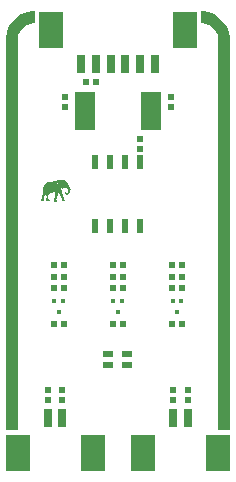
<source format=gbs>
G04*
G04 #@! TF.GenerationSoftware,Altium Limited,Altium Designer,23.3.1 (30)*
G04*
G04 Layer_Color=16711935*
%FSLAX25Y25*%
%MOIN*%
G70*
G04*
G04 #@! TF.SameCoordinates,B8D109ED-CDE9-4BA8-ABFF-944DEA042C50*
G04*
G04*
G04 #@! TF.FilePolarity,Negative*
G04*
G01*
G75*
%ADD33R,0.02126X0.01929*%
%ADD34R,0.01929X0.02126*%
%ADD35R,0.07953X0.11890*%
%ADD36R,0.03032X0.05984*%
%ADD37C,0.03032*%
%ADD46R,0.03937X1.29922*%
%ADD47R,0.03937X1.29921*%
%ADD48R,0.03228X0.02047*%
%ADD49R,0.01654X0.01654*%
%ADD50R,0.02441X0.04803*%
%ADD51R,0.07126X0.12677*%
G36*
X1969Y153543D02*
X5906D01*
X5934Y154122D01*
X6160Y155258D01*
X6603Y156327D01*
X7246Y157290D01*
X8065Y158108D01*
X9027Y158751D01*
X10097Y159195D01*
X11232Y159420D01*
X11811Y159449D01*
X11811Y159449D01*
X11811Y163386D01*
X10842Y163386D01*
X8940Y163008D01*
X7149Y162266D01*
X5537Y161188D01*
X4166Y159818D01*
X3089Y158205D01*
X2347Y156414D01*
X1969Y154513D01*
X1969Y153543D01*
Y153543D01*
D02*
G37*
G36*
X19776Y106993D02*
X19970D01*
Y106944D01*
X20358D01*
Y106993D01*
X20843D01*
Y106944D01*
X21328D01*
Y106896D01*
X21620D01*
Y106847D01*
X21813D01*
Y106799D01*
X21862D01*
Y106750D01*
X21959D01*
Y106702D01*
X22056D01*
Y106653D01*
X22105D01*
Y106605D01*
X22153D01*
Y106556D01*
X22202D01*
Y106508D01*
X22250D01*
Y106459D01*
X22299D01*
Y106411D01*
X22347D01*
Y106362D01*
Y106314D01*
X22299D01*
Y106265D01*
Y106217D01*
X22347D01*
Y106265D01*
X22396D01*
Y106314D01*
X22444D01*
Y106265D01*
Y106217D01*
X22493D01*
Y106168D01*
Y106119D01*
X22590D01*
Y106071D01*
X22541D01*
Y106022D01*
X22638D01*
Y105974D01*
X22687D01*
Y105925D01*
Y105877D01*
Y105828D01*
X22735D01*
Y105780D01*
X22784D01*
Y105731D01*
Y105683D01*
X22832D01*
Y105634D01*
Y105586D01*
Y105537D01*
X22881D01*
Y105489D01*
Y105440D01*
X22929D01*
Y105392D01*
Y105343D01*
X22978D01*
Y105295D01*
Y105246D01*
X23026D01*
Y105198D01*
X23075D01*
Y105149D01*
Y105101D01*
X23123D01*
Y105052D01*
Y105004D01*
X23172D01*
Y104955D01*
X23220D01*
Y104907D01*
X23172D01*
Y104858D01*
X23220D01*
Y104810D01*
X23269D01*
Y104761D01*
Y104713D01*
Y104664D01*
X23317D01*
Y104616D01*
Y104567D01*
Y104519D01*
X23366D01*
Y104470D01*
Y104422D01*
Y104373D01*
Y104325D01*
Y104276D01*
X23414D01*
Y104228D01*
Y104179D01*
X24045D01*
Y104131D01*
X23996D01*
Y104082D01*
X23899D01*
Y104034D01*
X23705D01*
Y103985D01*
X23996D01*
Y103937D01*
X23948D01*
Y103888D01*
X23899D01*
Y103937D01*
X23851D01*
Y103888D01*
X23802D01*
Y103840D01*
X23463D01*
Y103791D01*
Y103743D01*
Y103694D01*
Y103646D01*
Y103597D01*
Y103549D01*
Y103500D01*
Y103452D01*
Y103403D01*
Y103355D01*
X23414D01*
Y103306D01*
Y103257D01*
Y103209D01*
Y103160D01*
X23366D01*
Y103112D01*
X23317D01*
Y103063D01*
X23366D01*
Y103015D01*
X23317D01*
Y102966D01*
X23269D01*
Y102918D01*
X23220D01*
Y102869D01*
X23269D01*
Y102821D01*
X23220D01*
Y102772D01*
Y102724D01*
X23172D01*
Y102772D01*
X23123D01*
Y102724D01*
X23172D01*
Y102675D01*
Y102627D01*
X23123D01*
Y102578D01*
X23075D01*
Y102530D01*
Y102481D01*
X23026D01*
Y102433D01*
X22929D01*
Y102384D01*
Y102336D01*
X22832D01*
Y102287D01*
X22784D01*
Y102239D01*
X22687D01*
Y102190D01*
X22541D01*
Y102142D01*
X22299D01*
Y102190D01*
X22153D01*
Y102239D01*
X22056D01*
Y102287D01*
X22007D01*
Y102336D01*
X21959D01*
Y102384D01*
X21911D01*
Y102433D01*
Y102481D01*
Y102530D01*
X21862D01*
Y102578D01*
Y102627D01*
X21813D01*
Y102675D01*
Y102724D01*
Y102772D01*
Y102821D01*
X21862D01*
Y102869D01*
X21911D01*
Y102918D01*
X21862D01*
Y102966D01*
X21911D01*
Y103015D01*
Y103063D01*
X21959D01*
Y103112D01*
X22007D01*
Y103160D01*
X22056D01*
Y103209D01*
X22202D01*
Y103160D01*
X22250D01*
Y103112D01*
Y103063D01*
X22202D01*
Y103015D01*
X22250D01*
Y102966D01*
Y102918D01*
X22202D01*
Y102869D01*
X22153D01*
Y102821D01*
Y102772D01*
Y102724D01*
X22202D01*
Y102675D01*
X22299D01*
Y102627D01*
X22444D01*
Y102675D01*
X22541D01*
Y102724D01*
X22590D01*
Y102772D01*
X22638D01*
Y102821D01*
Y102869D01*
Y102918D01*
X22687D01*
Y102966D01*
X22735D01*
Y103015D01*
X22687D01*
Y103063D01*
X22735D01*
Y103112D01*
Y103160D01*
Y103209D01*
Y103257D01*
Y103306D01*
Y103355D01*
Y103403D01*
Y103452D01*
Y103500D01*
Y103549D01*
Y103597D01*
Y103646D01*
X22784D01*
Y103694D01*
X22735D01*
Y103743D01*
Y103791D01*
X22687D01*
Y103840D01*
Y103888D01*
X22638D01*
Y103937D01*
Y103985D01*
Y104034D01*
X22590D01*
Y104082D01*
Y104131D01*
X22541D01*
Y104179D01*
Y104228D01*
X22493D01*
Y104276D01*
X22202D01*
Y104228D01*
X22056D01*
Y104276D01*
X22007D01*
Y104325D01*
X21911D01*
Y104373D01*
X21862D01*
Y104422D01*
X21765D01*
Y104470D01*
X21425D01*
Y104422D01*
X21377D01*
Y104373D01*
X21280D01*
Y104325D01*
Y104276D01*
X21134D01*
Y104228D01*
Y104179D01*
X21037D01*
Y104131D01*
X20940D01*
Y104179D01*
X20892D01*
Y104131D01*
X20795D01*
Y104179D01*
X20698D01*
Y104228D01*
X20601D01*
Y104276D01*
X20504D01*
Y104325D01*
Y104373D01*
X20455D01*
Y104325D01*
X20407D01*
Y104373D01*
X20358D01*
Y104422D01*
X20310D01*
Y104470D01*
Y104519D01*
X20358D01*
Y104567D01*
X20261D01*
Y104519D01*
Y104470D01*
X20213D01*
Y104519D01*
X20164D01*
Y104567D01*
X20116D01*
Y104616D01*
X20067D01*
Y104664D01*
X20019D01*
Y104713D01*
X19970D01*
Y104761D01*
X19922D01*
Y104810D01*
X19873D01*
Y104858D01*
Y104907D01*
X19825D01*
Y104955D01*
X19776D01*
Y105004D01*
X19728D01*
Y105052D01*
Y105101D01*
X19679D01*
Y105149D01*
X19631D01*
Y105198D01*
Y105246D01*
X19582D01*
Y105198D01*
Y105149D01*
X19631D01*
Y105101D01*
Y105052D01*
X19679D01*
Y105004D01*
Y104955D01*
X19728D01*
Y104907D01*
X19776D01*
Y104858D01*
X19825D01*
Y104810D01*
Y104761D01*
X19873D01*
Y104713D01*
X19922D01*
Y104664D01*
X19970D01*
Y104616D01*
X20019D01*
Y104567D01*
X20067D01*
Y104519D01*
X20164D01*
Y104470D01*
X20213D01*
Y104422D01*
X20261D01*
Y104373D01*
X20310D01*
Y104325D01*
X20407D01*
Y104276D01*
X20455D01*
Y104228D01*
Y104179D01*
X20552D01*
Y104131D01*
Y104082D01*
Y104034D01*
Y103985D01*
Y103937D01*
Y103888D01*
Y103840D01*
Y103791D01*
X20601D01*
Y103743D01*
Y103694D01*
Y103646D01*
Y103597D01*
Y103549D01*
Y103500D01*
Y103452D01*
Y103403D01*
X20649D01*
Y103355D01*
X20698D01*
Y103306D01*
Y103257D01*
Y103209D01*
X20746D01*
Y103160D01*
Y103112D01*
X20795D01*
Y103063D01*
Y103015D01*
Y102966D01*
Y102918D01*
Y102869D01*
X20843D01*
Y102821D01*
Y102772D01*
Y102724D01*
X20892D01*
Y102675D01*
Y102627D01*
X20843D01*
Y102578D01*
X20892D01*
Y102530D01*
X20940D01*
Y102481D01*
Y102433D01*
X20892D01*
Y102384D01*
X20940D01*
Y102336D01*
Y102287D01*
X20989D01*
Y102239D01*
Y102190D01*
Y102142D01*
X21037D01*
Y102093D01*
Y102045D01*
Y101996D01*
Y101948D01*
X21086D01*
Y101899D01*
Y101851D01*
Y101802D01*
X21134D01*
Y101754D01*
X21086D01*
Y101705D01*
X21134D01*
Y101657D01*
X21183D01*
Y101608D01*
Y101560D01*
Y101511D01*
X21231D01*
Y101463D01*
Y101414D01*
Y101366D01*
X21280D01*
Y101317D01*
X21231D01*
Y101269D01*
X21280D01*
Y101220D01*
Y101172D01*
X21328D01*
Y101123D01*
X21280D01*
Y101075D01*
X21328D01*
Y101026D01*
Y100978D01*
Y100929D01*
Y100881D01*
Y100832D01*
X21377D01*
Y100784D01*
Y100735D01*
Y100687D01*
X21425D01*
Y100638D01*
Y100590D01*
X21474D01*
Y100541D01*
Y100493D01*
X21522D01*
Y100444D01*
Y100396D01*
X21571D01*
Y100347D01*
X21620D01*
Y100298D01*
Y100250D01*
X21668D01*
Y100201D01*
X21716D01*
Y100153D01*
X21765D01*
Y100104D01*
Y100056D01*
X21716D01*
Y100007D01*
X21571D01*
Y99959D01*
X21134D01*
Y99910D01*
X21086D01*
Y99959D01*
X20746D01*
Y100007D01*
Y100056D01*
X20698D01*
Y100104D01*
Y100153D01*
Y100201D01*
Y100250D01*
X20746D01*
Y100298D01*
Y100347D01*
X20795D01*
Y100396D01*
X20843D01*
Y100444D01*
Y100493D01*
X20795D01*
Y100541D01*
Y100590D01*
Y100638D01*
X20746D01*
Y100687D01*
Y100735D01*
Y100784D01*
X20698D01*
Y100832D01*
Y100881D01*
Y100929D01*
X20649D01*
Y100978D01*
Y101026D01*
X20601D01*
Y101075D01*
Y101123D01*
X20552D01*
Y101172D01*
Y101220D01*
X20504D01*
Y101269D01*
Y101317D01*
X20455D01*
Y101366D01*
X20407D01*
Y101414D01*
Y101463D01*
X20358D01*
Y101511D01*
X20407D01*
Y101560D01*
X20310D01*
Y101608D01*
Y101657D01*
Y101705D01*
X20213D01*
Y101754D01*
Y101802D01*
X20164D01*
Y101851D01*
Y101899D01*
X20116D01*
Y101948D01*
X20067D01*
Y101996D01*
X20164D01*
Y102045D01*
X20019D01*
Y102093D01*
X19970D01*
Y102142D01*
Y102190D01*
X19922D01*
Y102239D01*
X19873D01*
Y102287D01*
X19825D01*
Y102336D01*
X19776D01*
Y102384D01*
X19728D01*
Y102433D01*
X19679D01*
Y102481D01*
X19631D01*
Y102530D01*
X19582D01*
Y102578D01*
X19534D01*
Y102627D01*
X19485D01*
Y102675D01*
X19437D01*
Y102724D01*
Y102772D01*
X19388D01*
Y102821D01*
X19340D01*
Y102869D01*
Y102918D01*
X19291D01*
Y102966D01*
X19242D01*
Y103015D01*
Y103063D01*
X19194D01*
Y103112D01*
Y103160D01*
X19146D01*
Y103209D01*
Y103257D01*
X19097D01*
Y103209D01*
Y103160D01*
X19146D01*
Y103112D01*
Y103063D01*
X19194D01*
Y103015D01*
Y102966D01*
X19242D01*
Y102918D01*
Y102869D01*
X19291D01*
Y102821D01*
X19340D01*
Y102772D01*
Y102724D01*
X19388D01*
Y102675D01*
X19437D01*
Y102627D01*
Y102578D01*
X19485D01*
Y102530D01*
Y102481D01*
Y102433D01*
Y102384D01*
X19437D01*
Y102336D01*
Y102287D01*
Y102239D01*
X19388D01*
Y102190D01*
Y102142D01*
Y102093D01*
X19340D01*
Y102045D01*
Y101996D01*
X19291D01*
Y101948D01*
Y101899D01*
Y101851D01*
X19242D01*
Y101802D01*
Y101754D01*
Y101705D01*
X19194D01*
Y101657D01*
Y101608D01*
Y101560D01*
Y101511D01*
X19146D01*
Y101463D01*
Y101414D01*
Y101366D01*
Y101317D01*
X19097D01*
Y101269D01*
Y101220D01*
Y101172D01*
X19049D01*
Y101123D01*
Y101075D01*
X19000D01*
Y101026D01*
Y100978D01*
Y100929D01*
X18951D01*
Y100881D01*
Y100832D01*
X18903D01*
Y100784D01*
Y100735D01*
Y100687D01*
Y100638D01*
Y100590D01*
X18855D01*
Y100541D01*
Y100493D01*
X18903D01*
Y100444D01*
Y100396D01*
Y100347D01*
X18951D01*
Y100298D01*
X19000D01*
Y100250D01*
X19049D01*
Y100201D01*
X19097D01*
Y100153D01*
X19146D01*
Y100104D01*
Y100056D01*
X19194D01*
Y100007D01*
Y99959D01*
Y99910D01*
X19097D01*
Y99862D01*
X18466D01*
Y99910D01*
X18321D01*
Y99862D01*
X18078D01*
Y99910D01*
X18030D01*
Y99959D01*
Y100007D01*
Y100056D01*
Y100104D01*
X18078D01*
Y100153D01*
Y100201D01*
X18127D01*
Y100250D01*
X18224D01*
Y100298D01*
Y100347D01*
Y100396D01*
X18272D01*
Y100444D01*
X18224D01*
Y100493D01*
Y100541D01*
Y100590D01*
Y100638D01*
Y100687D01*
Y100735D01*
Y100784D01*
Y100832D01*
Y100881D01*
Y100929D01*
Y100978D01*
X18272D01*
Y101026D01*
Y101075D01*
Y101123D01*
Y101172D01*
Y101220D01*
Y101269D01*
Y101317D01*
Y101366D01*
X18321D01*
Y101414D01*
Y101463D01*
Y101511D01*
Y101560D01*
Y101608D01*
X18369D01*
Y101657D01*
Y101705D01*
Y101754D01*
Y101802D01*
Y101851D01*
Y101899D01*
X18418D01*
Y101948D01*
Y101996D01*
Y102045D01*
Y102093D01*
Y102142D01*
Y102190D01*
Y102239D01*
Y102287D01*
Y102336D01*
Y102384D01*
Y102433D01*
Y102481D01*
X18466D01*
Y102530D01*
X18418D01*
Y102578D01*
Y102627D01*
Y102675D01*
Y102724D01*
Y102772D01*
Y102821D01*
Y102869D01*
Y102918D01*
X18369D01*
Y102966D01*
Y103015D01*
Y103063D01*
X18272D01*
Y103015D01*
X18175D01*
Y102966D01*
X18078D01*
Y102918D01*
X17981D01*
Y102869D01*
X17836D01*
Y102821D01*
X17690D01*
Y102772D01*
X17448D01*
Y102724D01*
X17351D01*
Y102772D01*
X17205D01*
Y102724D01*
X16866D01*
Y102772D01*
X16817D01*
Y102724D01*
X16866D01*
Y102675D01*
X16769D01*
Y102627D01*
Y102578D01*
X16720D01*
Y102530D01*
X16672D01*
Y102481D01*
X16623D01*
Y102433D01*
X16575D01*
Y102384D01*
X16526D01*
Y102336D01*
X16478D01*
Y102287D01*
X16429D01*
Y102239D01*
X16380D01*
Y102190D01*
Y102142D01*
X16332D01*
Y102093D01*
Y102045D01*
Y101996D01*
X16284D01*
Y101948D01*
Y101899D01*
X16235D01*
Y101851D01*
Y101802D01*
Y101754D01*
X16186D01*
Y101705D01*
Y101657D01*
Y101608D01*
Y101560D01*
X16235D01*
Y101511D01*
Y101463D01*
Y101414D01*
Y101366D01*
Y101317D01*
Y101269D01*
Y101220D01*
Y101172D01*
Y101123D01*
Y101075D01*
Y101026D01*
Y100978D01*
Y100929D01*
Y100881D01*
Y100832D01*
Y100784D01*
X16284D01*
Y100735D01*
Y100687D01*
Y100638D01*
X16332D01*
Y100590D01*
Y100541D01*
X16380D01*
Y100493D01*
X16429D01*
Y100444D01*
X16478D01*
Y100396D01*
X16526D01*
Y100347D01*
X16575D01*
Y100298D01*
X16623D01*
Y100250D01*
X16672D01*
Y100201D01*
X16720D01*
Y100153D01*
Y100104D01*
Y100056D01*
X16672D01*
Y100007D01*
X15604D01*
Y100056D01*
X15507D01*
Y100104D01*
Y100153D01*
Y100201D01*
Y100250D01*
Y100298D01*
Y100347D01*
Y100396D01*
Y100444D01*
Y100493D01*
Y100541D01*
Y100590D01*
Y100638D01*
Y100687D01*
Y100735D01*
X15556D01*
Y100784D01*
Y100832D01*
Y100881D01*
Y100929D01*
Y100978D01*
X15604D01*
Y101026D01*
Y101075D01*
Y101123D01*
Y101172D01*
Y101220D01*
Y101269D01*
Y101317D01*
Y101366D01*
Y101414D01*
Y101463D01*
Y101511D01*
Y101560D01*
Y101608D01*
Y101657D01*
Y101705D01*
Y101754D01*
X15556D01*
Y101802D01*
Y101851D01*
Y101899D01*
Y101948D01*
Y101996D01*
Y102045D01*
Y102093D01*
X15507D01*
Y102142D01*
X15459D01*
Y102190D01*
X15410D01*
Y102239D01*
X15459D01*
Y102287D01*
X15507D01*
Y102336D01*
X15556D01*
Y102384D01*
X15604D01*
Y102433D01*
X15653D01*
Y102481D01*
Y102530D01*
X15701D01*
Y102578D01*
X15798D01*
Y102627D01*
Y102675D01*
Y102724D01*
X15750D01*
Y102675D01*
X15701D01*
Y102627D01*
X15653D01*
Y102578D01*
X15604D01*
Y102530D01*
Y102481D01*
X15556D01*
Y102433D01*
X15507D01*
Y102481D01*
X15410D01*
Y102433D01*
X15507D01*
Y102384D01*
X15459D01*
Y102336D01*
X15410D01*
Y102287D01*
X15362D01*
Y102239D01*
Y102190D01*
X15313D01*
Y102142D01*
X15265D01*
Y102093D01*
X15216D01*
Y102045D01*
X15168D01*
Y101996D01*
Y101948D01*
X15119D01*
Y101899D01*
X15071D01*
Y101851D01*
Y101802D01*
X15022D01*
Y101754D01*
Y101705D01*
X14925D01*
Y101657D01*
X14974D01*
Y101608D01*
X14925D01*
Y101560D01*
X14877D01*
Y101511D01*
Y101463D01*
Y101414D01*
X14828D01*
Y101366D01*
Y101317D01*
X14780D01*
Y101269D01*
Y101220D01*
X14731D01*
Y101172D01*
X14780D01*
Y101123D01*
X14731D01*
Y101075D01*
Y101026D01*
Y100978D01*
Y100929D01*
X14683D01*
Y100978D01*
X14634D01*
Y100929D01*
X14683D01*
Y100881D01*
Y100832D01*
Y100784D01*
Y100735D01*
X14634D01*
Y100687D01*
Y100638D01*
Y100590D01*
X14586D01*
Y100541D01*
Y100493D01*
Y100444D01*
X14537D01*
Y100396D01*
X14586D01*
Y100347D01*
Y100298D01*
Y100250D01*
X14634D01*
Y100201D01*
X14586D01*
Y100250D01*
X14537D01*
Y100201D01*
X14586D01*
Y100153D01*
Y100104D01*
Y100056D01*
X14489D01*
Y100007D01*
X14440D01*
Y100056D01*
X14004D01*
Y100104D01*
X13955D01*
Y100153D01*
X13907D01*
Y100201D01*
Y100250D01*
X13858D01*
Y100298D01*
Y100347D01*
Y100396D01*
Y100444D01*
Y100493D01*
Y100541D01*
X13907D01*
Y100590D01*
Y100638D01*
X13955D01*
Y100687D01*
X14004D01*
Y100735D01*
X14052D01*
Y100784D01*
X14101D01*
Y100735D01*
X14149D01*
Y100784D01*
X14101D01*
Y100832D01*
Y100881D01*
Y100929D01*
Y100978D01*
X14149D01*
Y101026D01*
Y101075D01*
Y101123D01*
X14198D01*
Y101172D01*
Y101220D01*
X14246D01*
Y101269D01*
Y101317D01*
X14149D01*
Y101269D01*
X14101D01*
Y101317D01*
Y101366D01*
X14004D01*
Y101414D01*
Y101463D01*
X14052D01*
Y101511D01*
Y101560D01*
Y101608D01*
Y101657D01*
Y101705D01*
X14101D01*
Y101754D01*
Y101802D01*
Y101851D01*
X14149D01*
Y101899D01*
Y101948D01*
Y101996D01*
Y102045D01*
X14198D01*
Y102093D01*
Y102142D01*
Y102190D01*
X14246D01*
Y102239D01*
Y102287D01*
Y102336D01*
X14295D01*
Y102384D01*
Y102433D01*
Y102481D01*
Y102530D01*
X14343D01*
Y102481D01*
X14392D01*
Y102433D01*
Y102384D01*
Y102336D01*
Y102287D01*
X14343D01*
Y102239D01*
Y102190D01*
Y102142D01*
Y102093D01*
X14295D01*
Y102045D01*
Y101996D01*
Y101948D01*
X14246D01*
Y101899D01*
Y101851D01*
Y101802D01*
Y101754D01*
Y101705D01*
Y101657D01*
Y101608D01*
Y101560D01*
Y101511D01*
Y101463D01*
Y101414D01*
X14198D01*
Y101366D01*
X14295D01*
Y101414D01*
Y101463D01*
Y101511D01*
X14343D01*
Y101560D01*
Y101608D01*
Y101657D01*
Y101705D01*
X14392D01*
Y101754D01*
Y101802D01*
Y101851D01*
Y101899D01*
Y101948D01*
X14440D01*
Y101996D01*
Y102045D01*
Y102093D01*
Y102142D01*
Y102190D01*
Y102239D01*
Y102287D01*
Y102336D01*
Y102384D01*
Y102433D01*
Y102481D01*
Y102530D01*
X14392D01*
Y102578D01*
X14343D01*
Y102627D01*
Y102675D01*
Y102724D01*
X14392D01*
Y102772D01*
Y102821D01*
Y102869D01*
Y102918D01*
Y102966D01*
Y103015D01*
Y103063D01*
Y103112D01*
X14440D01*
Y103160D01*
Y103209D01*
Y103257D01*
Y103306D01*
Y103355D01*
Y103403D01*
Y103452D01*
X14489D01*
Y103500D01*
Y103549D01*
Y103597D01*
Y103646D01*
Y103694D01*
Y103743D01*
Y103791D01*
Y103840D01*
Y103888D01*
Y103937D01*
Y103985D01*
Y104034D01*
Y104082D01*
Y104131D01*
Y104179D01*
Y104228D01*
Y104276D01*
Y104325D01*
Y104373D01*
X14537D01*
Y104422D01*
Y104470D01*
Y104519D01*
Y104567D01*
Y104616D01*
X14586D01*
Y104664D01*
Y104713D01*
X14634D01*
Y104761D01*
Y104810D01*
Y104858D01*
X14683D01*
Y104907D01*
X14731D01*
Y104955D01*
Y105004D01*
X14780D01*
Y105052D01*
Y105101D01*
X14877D01*
Y105149D01*
Y105198D01*
Y105246D01*
X14925D01*
Y105295D01*
X14974D01*
Y105343D01*
X15071D01*
Y105392D01*
X15022D01*
Y105440D01*
X15071D01*
Y105489D01*
X15119D01*
Y105537D01*
Y105586D01*
X15168D01*
Y105634D01*
X15216D01*
Y105683D01*
Y105731D01*
X15265D01*
Y105780D01*
X15313D01*
Y105828D01*
X15362D01*
Y105780D01*
X15410D01*
Y105828D01*
X15362D01*
Y105877D01*
Y105925D01*
X15410D01*
Y105974D01*
X15459D01*
Y106022D01*
X15507D01*
Y106071D01*
X15556D01*
Y106119D01*
X15701D01*
Y106168D01*
Y106217D01*
X15750D01*
Y106168D01*
X15798D01*
Y106217D01*
Y106265D01*
X15895D01*
Y106314D01*
X15992D01*
Y106362D01*
X16186D01*
Y106411D01*
X16332D01*
Y106362D01*
X16380D01*
Y106411D01*
X16332D01*
Y106459D01*
X16720D01*
Y106508D01*
X17884D01*
Y106556D01*
X18127D01*
Y106605D01*
X18272D01*
Y106653D01*
X18418D01*
Y106702D01*
X18563D01*
Y106750D01*
X18757D01*
Y106799D01*
X18903D01*
Y106847D01*
X19097D01*
Y106896D01*
X19194D01*
Y106944D01*
X19340D01*
Y106993D01*
X19388D01*
Y106944D01*
X19437D01*
Y106993D01*
X19485D01*
Y106944D01*
X19534D01*
Y106993D01*
X19485D01*
Y107041D01*
X19776D01*
Y106993D01*
D02*
G37*
G36*
X66929Y163386D02*
Y159449D01*
X67508Y159420D01*
X68643Y159195D01*
X69713Y158751D01*
X70675Y158108D01*
X71494Y157290D01*
X72137Y156327D01*
X72580Y155258D01*
X72806Y154122D01*
X72835Y153543D01*
X72835D01*
X76772D01*
X76772Y154513D01*
X76393Y156414D01*
X75652Y158205D01*
X74574Y159818D01*
X73203Y161188D01*
X71591Y162266D01*
X69800Y163008D01*
X67898Y163386D01*
X66929Y163386D01*
X66929Y163386D01*
D02*
G37*
%LPC*%
G36*
X20019Y106750D02*
X19970D01*
Y106702D01*
X20019D01*
Y106653D01*
X20067D01*
Y106702D01*
X20019D01*
Y106750D01*
D02*
G37*
G36*
Y106653D02*
X19970D01*
Y106605D01*
X20019D01*
Y106653D01*
D02*
G37*
G36*
X19970Y106605D02*
X19922D01*
Y106556D01*
X19970D01*
Y106605D01*
D02*
G37*
G36*
X19873D02*
X19728D01*
Y106556D01*
X19873D01*
Y106605D01*
D02*
G37*
G36*
X19728Y106556D02*
X19582D01*
Y106508D01*
X19485D01*
Y106459D01*
X19388D01*
Y106411D01*
X19340D01*
Y106362D01*
X19291D01*
Y106314D01*
X19242D01*
Y106265D01*
Y106217D01*
Y106168D01*
Y106119D01*
Y106071D01*
Y106022D01*
Y105974D01*
Y105925D01*
Y105877D01*
X19291D01*
Y105828D01*
Y105780D01*
Y105731D01*
Y105683D01*
X19340D01*
Y105634D01*
Y105586D01*
Y105537D01*
X19388D01*
Y105586D01*
Y105634D01*
Y105683D01*
X19340D01*
Y105731D01*
Y105780D01*
Y105828D01*
Y105877D01*
Y105925D01*
X19291D01*
Y105974D01*
Y106022D01*
Y106071D01*
Y106119D01*
Y106168D01*
Y106217D01*
Y106265D01*
X19340D01*
Y106314D01*
X19388D01*
Y106265D01*
X19437D01*
Y106314D01*
X19388D01*
Y106362D01*
X19485D01*
Y106411D01*
X19534D01*
Y106459D01*
X19631D01*
Y106508D01*
X19728D01*
Y106556D01*
D02*
G37*
G36*
X15701Y106071D02*
X15653D01*
Y106022D01*
X15701D01*
Y106071D01*
D02*
G37*
G36*
X21862Y106022D02*
X21813D01*
Y105974D01*
X21862D01*
Y105925D01*
X22007D01*
Y105877D01*
X22056D01*
Y105925D01*
X22105D01*
Y105974D01*
X21862D01*
Y106022D01*
D02*
G37*
G36*
X22056Y106119D02*
X21911D01*
Y106071D01*
X22056D01*
Y106022D01*
X22105D01*
Y105974D01*
X22153D01*
Y105925D01*
Y105877D01*
Y105828D01*
X22202D01*
Y105877D01*
Y105925D01*
Y105974D01*
X22153D01*
Y106022D01*
X22105D01*
Y106071D01*
X22056D01*
Y106119D01*
D02*
G37*
G36*
X19194Y105925D02*
X19146D01*
Y105877D01*
Y105828D01*
X19242D01*
Y105877D01*
X19194D01*
Y105925D01*
D02*
G37*
G36*
X19437Y105489D02*
X19388D01*
Y105440D01*
X19437D01*
Y105489D01*
D02*
G37*
G36*
X19582Y105343D02*
X19534D01*
Y105295D01*
X19582D01*
Y105343D01*
D02*
G37*
G36*
X21668Y105295D02*
X21620D01*
Y105246D01*
X21668D01*
Y105295D01*
D02*
G37*
G36*
X21716Y105149D02*
X21668D01*
Y105101D01*
Y105052D01*
Y105004D01*
X21716D01*
Y105052D01*
Y105101D01*
Y105149D01*
D02*
G37*
G36*
X21571Y104810D02*
X21522D01*
Y104761D01*
X21571D01*
Y104810D01*
D02*
G37*
G36*
X21668Y104907D02*
X21620D01*
Y104858D01*
Y104810D01*
Y104761D01*
X21668D01*
Y104713D01*
X21716D01*
Y104761D01*
X21668D01*
Y104810D01*
Y104858D01*
Y104907D01*
D02*
G37*
G36*
X21620Y104713D02*
X21571D01*
Y104664D01*
Y104616D01*
X21620D01*
Y104664D01*
Y104713D01*
D02*
G37*
G36*
X21571Y104616D02*
X21522D01*
Y104567D01*
Y104519D01*
X21571D01*
Y104567D01*
Y104616D01*
D02*
G37*
G36*
X22105Y104325D02*
X22056D01*
Y104276D01*
X22105D01*
Y104325D01*
D02*
G37*
G36*
X20310D02*
X20261D01*
Y104276D01*
X20310D01*
Y104325D01*
D02*
G37*
G36*
X21086Y104276D02*
X21037D01*
Y104228D01*
X21086D01*
Y104276D01*
D02*
G37*
G36*
X16090Y103646D02*
X16041D01*
Y103597D01*
X16090D01*
Y103646D01*
D02*
G37*
G36*
X19049Y103500D02*
X19000D01*
Y103452D01*
X19049D01*
Y103500D01*
D02*
G37*
G36*
X19097Y103355D02*
X19049D01*
Y103306D01*
X19097D01*
Y103355D01*
D02*
G37*
G36*
X16090Y103452D02*
X16041D01*
Y103403D01*
Y103355D01*
Y103306D01*
X16090D01*
Y103355D01*
Y103403D01*
Y103452D01*
D02*
G37*
G36*
X22202Y103160D02*
X22105D01*
Y103112D01*
X22202D01*
Y103160D01*
D02*
G37*
G36*
X15992Y103306D02*
X15944D01*
Y103257D01*
X15992D01*
Y103209D01*
Y103160D01*
Y103112D01*
X16041D01*
Y103160D01*
Y103209D01*
Y103257D01*
X15992D01*
Y103306D01*
D02*
G37*
G36*
X22202Y103015D02*
X22153D01*
Y102966D01*
X22202D01*
Y103015D01*
D02*
G37*
G36*
X20795Y102869D02*
X20746D01*
Y102821D01*
X20795D01*
Y102869D01*
D02*
G37*
G36*
X15992Y103112D02*
X15944D01*
Y103063D01*
Y103015D01*
X15895D01*
Y102966D01*
Y102918D01*
X15847D01*
Y102869D01*
Y102821D01*
X15798D01*
Y102772D01*
Y102724D01*
X15847D01*
Y102772D01*
X15895D01*
Y102821D01*
Y102869D01*
X15944D01*
Y102918D01*
Y102966D01*
X15992D01*
Y103015D01*
Y103063D01*
Y103112D01*
D02*
G37*
G36*
X22153Y102724D02*
X22105D01*
Y102675D01*
X22153D01*
Y102724D01*
D02*
G37*
G36*
X20455Y101608D02*
X20407D01*
Y101560D01*
X20455D01*
Y101608D01*
D02*
G37*
G36*
X21183Y101511D02*
X21134D01*
Y101463D01*
X21183D01*
Y101511D01*
D02*
G37*
G36*
X14780Y101414D02*
X14731D01*
Y101366D01*
X14780D01*
Y101414D01*
D02*
G37*
G36*
X14343Y101317D02*
X14295D01*
Y101269D01*
X14343D01*
Y101317D01*
D02*
G37*
G36*
X14586Y100687D02*
X14537D01*
Y100638D01*
X14586D01*
Y100687D01*
D02*
G37*
G36*
X14198Y100153D02*
X14149D01*
Y100104D01*
X14198D01*
Y100153D01*
D02*
G37*
%LPD*%
D33*
X57087Y134764D02*
D03*
Y131378D02*
D03*
X15965Y37126D02*
D03*
Y33740D02*
D03*
X57854Y37126D02*
D03*
Y33740D02*
D03*
X20886D02*
D03*
Y37126D02*
D03*
X62776Y33740D02*
D03*
Y37126D02*
D03*
X46870Y120787D02*
D03*
Y117402D02*
D03*
X21654Y131378D02*
D03*
Y134764D02*
D03*
D34*
X60748Y74803D02*
D03*
X57362D02*
D03*
X41063D02*
D03*
X37677D02*
D03*
X21378D02*
D03*
X17992D02*
D03*
X60748Y59055D02*
D03*
X57362D02*
D03*
X41063D02*
D03*
X37677D02*
D03*
X21378D02*
D03*
X17992D02*
D03*
X57362Y78740D02*
D03*
X60748D02*
D03*
X37677D02*
D03*
X41063D02*
D03*
X17992D02*
D03*
X21378D02*
D03*
X60748Y70866D02*
D03*
X57362D02*
D03*
X41063D02*
D03*
X37677D02*
D03*
X21378D02*
D03*
X17992D02*
D03*
X32046Y139764D02*
D03*
X28660D02*
D03*
D35*
X61770Y157087D02*
D03*
X17085D02*
D03*
X72815Y16142D02*
D03*
X47815D02*
D03*
X30925D02*
D03*
X5925D02*
D03*
D36*
X51731Y145669D02*
D03*
X41888D02*
D03*
X46809D02*
D03*
X36967D02*
D03*
X27124D02*
D03*
X32046D02*
D03*
X62776Y27559D02*
D03*
X57854D02*
D03*
X20886D02*
D03*
X15965D02*
D03*
D37*
X70866Y160433D02*
D03*
X73622Y157480D02*
D03*
X74803Y153149D02*
D03*
Y27165D02*
D03*
Y31102D02*
D03*
Y35039D02*
D03*
Y38976D02*
D03*
Y42913D02*
D03*
Y46850D02*
D03*
Y50787D02*
D03*
Y54724D02*
D03*
Y58661D02*
D03*
Y62598D02*
D03*
Y90157D02*
D03*
Y86220D02*
D03*
Y82283D02*
D03*
Y78346D02*
D03*
Y74409D02*
D03*
Y70472D02*
D03*
Y66535D02*
D03*
Y117716D02*
D03*
Y113779D02*
D03*
Y109842D02*
D03*
Y105905D02*
D03*
Y101968D02*
D03*
Y98031D02*
D03*
Y94094D02*
D03*
Y145275D02*
D03*
Y141338D02*
D03*
Y137401D02*
D03*
Y133464D02*
D03*
Y129527D02*
D03*
Y125590D02*
D03*
Y121653D02*
D03*
Y149212D02*
D03*
X7874Y160433D02*
D03*
X4921Y157480D02*
D03*
X3937Y153542D02*
D03*
Y149605D02*
D03*
Y122046D02*
D03*
Y125983D02*
D03*
Y129920D02*
D03*
Y133857D02*
D03*
Y137794D02*
D03*
Y141731D02*
D03*
Y145668D02*
D03*
Y94487D02*
D03*
Y98424D02*
D03*
Y102361D02*
D03*
Y106298D02*
D03*
Y110235D02*
D03*
Y114172D02*
D03*
Y118109D02*
D03*
Y66928D02*
D03*
Y70865D02*
D03*
Y74802D02*
D03*
Y78739D02*
D03*
Y82676D02*
D03*
Y86613D02*
D03*
Y90550D02*
D03*
Y62991D02*
D03*
Y59054D02*
D03*
Y55117D02*
D03*
Y51180D02*
D03*
Y47243D02*
D03*
Y43306D02*
D03*
Y39369D02*
D03*
Y35432D02*
D03*
Y31495D02*
D03*
Y27558D02*
D03*
D46*
X3937Y88582D02*
D03*
D47*
X74803Y88583D02*
D03*
D48*
X42520Y49016D02*
D03*
X36220D02*
D03*
Y45472D02*
D03*
X42520D02*
D03*
D49*
X18209Y66732D02*
D03*
X21161D02*
D03*
X19685Y63189D02*
D03*
X57579Y66732D02*
D03*
X60532D02*
D03*
X59055Y63189D02*
D03*
X37894Y66732D02*
D03*
X40846D02*
D03*
X39370Y63189D02*
D03*
D50*
X41870Y112992D02*
D03*
X46870D02*
D03*
X36870D02*
D03*
X31870D02*
D03*
X41870Y91732D02*
D03*
X46870D02*
D03*
X36870D02*
D03*
X31870D02*
D03*
D51*
X50394Y129921D02*
D03*
X28346D02*
D03*
M02*

</source>
